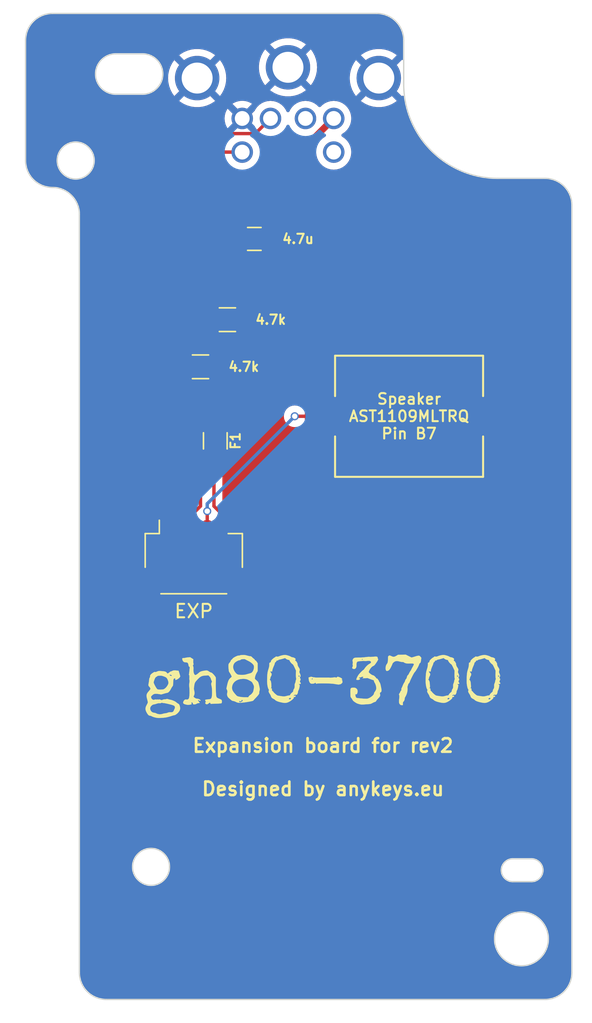
<source format=kicad_pcb>
(kicad_pcb (version 20221018) (generator pcbnew)
  (layers (0 "F.Cu" signal) (31 "B.Cu" signal) (34 "B.Paste" user) (35 "F.Paste" user) (36 "B.SilkS" user "B.Silkscreen") (37 "F.SilkS" user "F.Silkscreen") (38 "B.Mask" user) (39 "F.Mask" user) (44 "Edge.Cuts" user))
  (net 0 "")
  (net 1 "GND")
  (net 2 "VCC")
  (net 3 "CLK")
  (net 4 "DATA")
  (net 5 "Net-(F1-Pad2)")
  (net 6 "speaker")
  (footprint "Keeb_components:R_0805" (layer "F.Cu") (at 57.9 22.75)
    (fp_text reference "R1" hide)
    (fp_text value "4.7k" (at 2 0) (layer "F.SilkS") (effects (font (size 0.7 0.7)) (justify left)))
    (pad "1" smd rect (at -1.1 0) (size 1.2 1.3) (layers "F.Cu" "F.Paste" "F.Mask") (net 3 "CLK"))
    (pad "2" smd rect (at 1.1 0) (size 1.2 1.3) (layers "F.Cu" "F.Paste" "F.Mask") (net 2 "VCC"))
  )
  (footprint "Keeb_components:C_0805" (layer "F.Cu") (at 59.9 16.75)
    (fp_text reference "C1")
    (fp_text value "4.7u" (at 2 0) (layer "F.SilkS") (effects (font (size 0.7 0.7)) (justify left)))
    (pad "1" smd rect (at -1.1 0) (size 1.2 1.25) (layers "F.Cu" "F.Paste" "F.Mask") (net 2 "VCC"))
    (pad "2" smd rect (at 1.1 0) (size 1.2 1.25) (layers "F.Cu" "F.Paste" "F.Mask") (net 1 "GND"))
  )
  (footprint "Keeb_components:R_0805" (layer "F.Cu") (at 57.000001 31.75 -90)
    (fp_text reference "F1" (at 0 -1.5 -90) (layer "F.SilkS") (effects (font (size 0.7 0.7))))
    (fp_text value "Polyfuse" hide)
    (pad "1" smd rect (at -1.1 0 270) (size 1.2 1.3) (layers "F.Cu" "F.Paste" "F.Mask") (net 2 "VCC"))
    (pad "2" smd rect (at 1.1 0 270) (size 1.2 1.3) (layers "F.Cu" "F.Paste" "F.Mask") (net 5 "Net-(F1-Pad2)"))
  )
  (footprint "footprints:ps2_connector" (layer "F.Cu") (at 62.399999 -0.7)
    (fp_text reference "K1" hide)
    (fp_text value "PS2_FEMALE" hide)
    (pad "1" thru_hole circle (at -1.3 8.5) (size 1.6 1.6) (drill 1.1) (layers "*.Cu" "*.Mask") (net 4 "DATA"))
    (pad "2" thru_hole circle (at 1.3 8.5) (size 1.6 1.6) (drill 1.1) (layers "*.Cu" "*.Mask"))
    (pad "3" thru_hole circle (at -6.75 5.5) (size 3.3 3.3) (drill 2.3) (layers "*.Cu" "*.Mask") (net 1 "GND"))
    (pad "3" thru_hole circle (at -3.4 8.5) (size 1.6 1.6) (drill 1.1) (layers "*.Cu" "*.Mask") (net 1 "GND"))
    (pad "3" thru_hole circle (at 0 4.7) (size 3.3 3.3) (drill 2.3) (layers "*.Cu" "*.Mask") (net 1 "GND"))
    (pad "3" thru_hole circle (at 6.75 5.5) (size 3.3 3.3) (drill 2.3) (layers "*.Cu" "*.Mask") (net 1 "GND"))
    (pad "4" thru_hole circle (at 3.4 8.5) (size 1.6 1.6) (drill 1.1) (layers "*.Cu" "*.Mask") (net 2 "VCC"))
    (pad "5" thru_hole circle (at -3.4 11) (size 1.6 1.6) (drill 1.1) (layers "*.Cu" "*.Mask") (net 3 "CLK"))
    (pad "6" thru_hole circle (at 3.4 11) (size 1.6 1.6) (drill 1.1) (layers "*.Cu" "*.Mask"))
  )
  (footprint "Connector_JST:JST_SH_SM05B-SRSS-TB_1x05-1MP_P1.00mm_Horizontal" (layer "F.Cu") (at 55.4 40.425)
    (fp_text reference "J1" hide)
    (fp_text value "EXP" (at 0 3.98) (layer "F.SilkS"))
    (pad "1" smd roundrect (at -2 -2) (size 0.6 1.55) (layers "F.Cu" "F.Paste" "F.Mask") (net 1 "GND"))
    (pad "2" smd roundrect (at -1 -2) (size 0.6 1.55) (layers "F.Cu" "F.Paste" "F.Mask") (net 4 "DATA"))
    (pad "3" smd roundrect (at 0 -2) (size 0.6 1.55) (layers "F.Cu" "F.Paste" "F.Mask") (net 3 "CLK"))
    (pad "4" smd roundrect (at 1 -2) (size 0.6 1.55) (layers "F.Cu" "F.Paste" "F.Mask") (net 6 "speaker"))
    (pad "5" smd roundrect (at 2 -2) (size 0.6 1.55) (layers "F.Cu" "F.Paste" "F.Mask") (net 5 "Net-(F1-Pad2)"))
    (pad "MP" smd roundrect (at -3.3 1.875) (size 1.2 1.8) (layers "F.Cu" "F.Paste" "F.Mask") (roundrect_rratio 0.2083325))
    (pad "MP" smd roundrect (at 3.3 1.875) (size 1.2 1.8) (layers "F.Cu" "F.Paste" "F.Mask") (roundrect_rratio 0.2083325))
  )
  (footprint "Keeb_components:speaker_AST1109MLTRQ" (layer "F.Cu") (at 71.399999 29.925)
    (fp_text reference "LS1" hide)
    (fp_text value "Speaker")
    (pad "1" smd rect (at -6.5 0) (size 2.5 2.5) (layers "F.Cu" "F.Paste" "F.Mask") (net 6 "speaker"))
    (pad "2" smd rect (at 6.5 0) (size 2.5 2.5) (layers "F.Cu" "F.Paste" "F.Mask") (net 1 "GND"))
  )
  (footprint "Keeb_components:R_0805" (layer "F.Cu") (at 55.9 26.25)
    (fp_text reference "R2" hide)
    (fp_text value "4.7k" (at 2 0) (layer "F.SilkS") (effects (font (size 0.7 0.7)) (justify left)))
    (pad "1" smd rect (at -1.1 0) (size 1.2 1.3) (layers "F.Cu" "F.Paste" "F.Mask") (net 4 "DATA"))
    (pad "2" smd rect (at 1.1 0) (size 1.2 1.3) (layers "F.Cu" "F.Paste" "F.Mask") (net 2 "VCC"))
  )
  (footprint "footprints:logo" (layer "F.Cu") (at 65 50)
    (fp_text reference "G***" hide)
    (fp_text value "LOGO" hide)
  )
  (gr_line (start 79.1 62.8) (end 80.5 62.8) (stroke (width 0.1)) (layer "Edge.Cuts"))
  (gr_line (start 69 0) (end 44.899998 0) (stroke (width 0.1)) (layer "Edge.Cuts"))
  (gr_arc (start 78 12.249999) (mid 73.050253 10.199746) (end 71 5.249999) (stroke (width 0.1)) (layer "Edge.Cuts"))
  (gr_arc (start 51.599999 3) (mid 53.099999 4.5) (end 51.599999 6) (stroke (width 0.1)) (layer "Edge.Cuts"))
  (gr_line (start 78 12.249999) (end 81.500001 12.249999) (stroke (width 0.1)) (layer "Edge.Cuts"))
  (gr_arc (start 48.899999 73.25) (mid 47.485786 72.664213) (end 46.9 71.249999) (stroke (width 0.1)) (layer "Edge.Cuts"))
  (gr_arc (start 79.1 64.5) (mid 78.25 63.65) (end 79.1 62.8) (stroke (width 0.1)) (layer "Edge.Cuts"))
  (gr_arc (start 69 0) (mid 70.414213 0.585786) (end 70.999999 1.999999) (stroke (width 0.1)) (layer "Edge.Cuts"))
  (gr_line (start 51.599999 6) (end 49.6 6) (stroke (width 0.1)) (layer "Edge.Cuts"))
  (gr_arc (start 81.500001 12.249999) (mid 82.914214 12.835786) (end 83.5 14.25) (stroke (width 0.1)) (layer "Edge.Cuts"))
  (gr_arc (start 42.900001 2) (mid 43.485786 0.585788) (end 44.899998 0.000001) (stroke (width 0.1)) (layer "Edge.Cuts"))
  (gr_arc (start 44.899999 12.925001) (mid 46.314212 13.510787) (end 46.899998 14.925) (stroke (width 0.1)) (layer "Edge.Cuts"))
  (gr_circle (center 52.224999 63.399999) (end 53.599999 63.399999) (stroke (width 0.1)) (fill none) (layer "Edge.Cuts"))
  (gr_circle (center 79.75 68.75) (end 81.75 68.75) (stroke (width 0.1)) (fill none) (layer "Edge.Cuts"))
  (gr_arc (start 44.899999 12.925001) (mid 43.485785 12.339215) (end 42.899999 10.925001) (stroke (width 0.1)) (layer "Edge.Cuts"))
  (gr_line (start 70.999999 1.999999) (end 70.999999 5.249999) (stroke (width 0.1)) (layer "Edge.Cuts"))
  (gr_line (start 80.5 64.5) (end 79.1 64.5) (stroke (width 0.1)) (layer "Edge.Cuts"))
  (gr_line (start 42.899999 10.925) (end 42.899999 1.999999) (stroke (width 0.1)) (layer "Edge.Cuts"))
  (gr_line (start 46.899998 14.925) (end 46.9 71.249999) (stroke (width 0.1)) (layer "Edge.Cuts"))
  (gr_arc (start 83.499999 71.249999) (mid 82.914213 72.664213) (end 81.5 73.25) (stroke (width 0.1)) (layer "Edge.Cuts"))
  (gr_line (start 48.899999 73.25) (end 81.5 73.25) (stroke (width 0.1)) (layer "Edge.Cuts"))
  (gr_arc (start 80.5 62.8) (mid 81.35 63.65) (end 80.5 64.5) (stroke (width 0.1)) (layer "Edge.Cuts"))
  (gr_arc (start 49.6 6) (mid 48.1 4.5) (end 49.6 3) (stroke (width 0.1)) (layer "Edge.Cuts"))
  (gr_line (start 49.6 3) (end 51.599999 3) (stroke (width 0.1)) (layer "Edge.Cuts"))
  (gr_line (start 83.5 71.249999) (end 83.5 14.25) (stroke (width 0.1)) (layer "Edge.Cuts"))
  (gr_circle (center 46.624999 10.925) (end 47.999999 10.925) (stroke (width 0.1)) (fill none) (layer "Edge.Cuts"))
  (gr_text "Speaker\nAST1109MLTRQ\nPin B7" (at 71.399999 29.925) (layer "F.SilkS") (effects (font (size 0.8 0.8))))
  (gr_text "Expansion board for rev2\n\nDesigned by anykeys.eu" (at 65 56) (layer "F.SilkS") (effects (font (size 1 1) (thickness 0.2))))
  (segment (start 57.000001 26.250001) (end 57 26.25) (width 0.5) (layer "F.Cu") (net 2))
  (segment (start 59 22.75) (end 59 16) (width 0.5) (layer "F.Cu") (net 2))
  (segment (start 58 23.749999) (end 59 22.75) (width 0.5) (layer "F.Cu") (net 2))
  (segment (start 57 26.25) (end 57 24.749999) (width 0.5) (layer "F.Cu") (net 2))
  (segment (start 57 24.749999) (end 58 23.749999) (width 0.5) (layer "F.Cu") (net 2))
  (segment (start 65.799999 7.8) (end 59 14.599999) (width 0.5) (layer "F.Cu") (net 2))
  (segment (start 59 14.599999) (end 59 16) (width 0.5) (layer "F.Cu") (net 2))
  (segment (start 57.000001 30.65) (end 57.000001 26.250001) (width 0.5) (layer "F.Cu") (net 2))
  (segment (start 57.599999 10.3) (end 58.999999 10.3) (width 0.25) (layer "F.Cu") (net 3))
  (segment (start 55.9 32.6) (end 55.9 31.850001) (width 0.25) (layer "F.Cu") (net 3))
  (segment (start 55.9 23.65) (end 56.8 22.75) (width 0.25) (layer "F.Cu") (net 3))
  (segment (start 56.8 11.099999) (end 57.599999 10.3) (width 0.25) (layer "F.Cu") (net 3))
  (segment (start 55.9 36.6) (end 55.9 31.850001) (width 0.25) (layer "F.Cu") (net 3))
  (segment (start 55.9 31.850001) (end 55.9 23.65) (width 0.25) (layer "F.Cu") (net 3))
  (segment (start 56.8 22.75) (end 56.8 11.099999) (width 0.25) (layer "F.Cu") (net 3))
  (segment (start 55.4 38.425) (end 55.4 37.1) (width 0.25) (layer "F.Cu") (net 3))
  (segment (start 55.4 37.1) (end 55.9 36.6) (width 0.25) (layer "F.Cu") (net 3))
  (segment (start 54.9 32.6) (end 54.9 31.649999) (width 0.25) (layer "F.Cu") (net 4))
  (segment (start 54.9 26.35) (end 54.8 26.25) (width 0.25) (layer "F.Cu") (net 4))
  (segment (start 54.8 22.914998) (end 54.8 23.8) (width 0.25) (layer "F.Cu") (net 4))
  (segment (start 54.9 36.6) (end 54.4 37.1) (width 0.25) (layer "F.Cu") (net 4))
  (segment (start 54.9 36.6) (end 54.9 31.649999) (width 0.25) (layer "F.Cu") (net 4))
  (segment (start 61.099999 7.8) (end 59.974998 8.925001) (width 0.25) (layer "F.Cu") (net 4))
  (segment (start 54.8 23.8) (end 54.8 26.25) (width 0.25) (layer "F.Cu") (net 4))
  (segment (start 54.4 37.1) (end 54.4 38.425) (width 0.25) (layer "F.Cu") (net 4))
  (segment (start 54.8 23.8) (end 54.8 11.599999) (width 0.25) (layer "F.Cu") (net 4))
  (segment (start 54.8 11.599999) (end 57.474998 8.925001) (width 0.25) (layer "F.Cu") (net 4))
  (segment (start 59.974998 8.925001) (end 57.474998 8.925001) (width 0.25) (layer "F.Cu") (net 4))
  (segment (start 54.9 31.649999) (end 54.9 26.35) (width 0.25) (layer "F.Cu") (net 4))
  (segment (start 56.9 36.6) (end 56.9 32.950001) (width 0.25) (layer "F.Cu") (net 5))
  (segment (start 56.9 32.950001) (end 57.000001 32.85) (width 0.25) (layer "F.Cu") (net 5))
  (segment (start 57.4 38.425) (end 57.4 37.1) (width 0.25) (layer "F.Cu") (net 5))
  (segment (start 57.4 37.1) (end 56.9 36.6) (width 0.25) (layer "F.Cu") (net 5))
  (segment (start 62.899999 29.925) (end 64.899999 29.925) (width 0.25) (layer "F.Cu") (net 6))
  (segment (start 56.4 38.425) (end 56.4 36.975) (width 0.25) (layer "F.Cu") (net 6))
  (via (at 56.4 36.975) (size 0.6) (drill 0.4) (layers "F.Cu" "B.Cu") (net 6))
  (via (at 62.899999 29.925) (size 0.6) (drill 0.4) (layers "F.Cu" "B.Cu") (net 6))
  (segment (start 56.4 36.975) (end 56.4 36.424999) (width 0.25) (layer "B.Cu") (net 6))
  (segment (start 56.4 36.424999) (end 62.899999 29.925) (width 0.25) (layer "B.Cu") (net 6))
  (zone (net 1) (net_name "GND") (layer "F.Cu") (connect_pads (clearance 0.5)) (min_thickness 0.254) (fill yes (thermal_gap 0.508) (thermal_bridge_width 0.508))
    (polygon (pts (xy 85 75) (xy 41 75) (xy 41 -1) (xy 85 -1)))
  )
  (zone (net 1) (net_name "GND") (layer "B.Cu") (connect_pads (clearance 0.5)) (min_thickness 0.254) (fill yes (thermal_gap 0.508) (thermal_bridge_width 0.508))
    (polygon (pts (xy 85 75) (xy 41 75) (xy 41 -1) (xy 85 -1)))
  )
)
</source>
